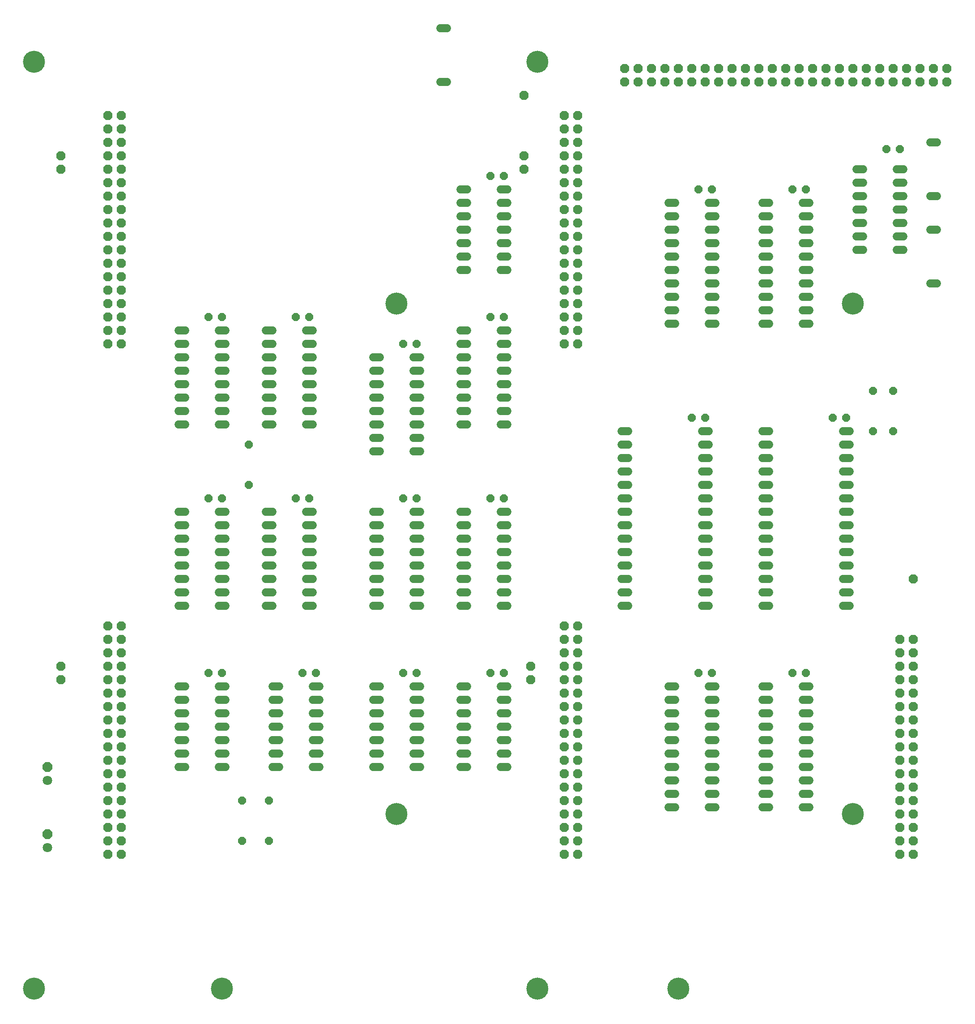
<source format=gbs>
G04 EAGLE Gerber RS-274X export*
G75*
%MOMM*%
%FSLAX34Y34*%
%LPD*%
%INSoldermask Bottom*%
%IPPOS*%
%AMOC8*
5,1,8,0,0,1.08239X$1,22.5*%
G01*
%ADD10C,4.165600*%
%ADD11P,1.869504X8X22.500000*%
%ADD12C,1.524000*%
%ADD13P,1.869504X8X112.500000*%
%ADD14P,1.869504X8X202.500000*%
%ADD15P,1.649562X8X112.500000*%
%ADD16P,1.649562X8X292.500000*%
%ADD17P,1.649562X8X202.500000*%
%ADD18P,1.951982X8X112.500000*%
%ADD19C,1.803400*%


D10*
X50800Y101600D03*
X1003300Y101600D03*
X50800Y1854200D03*
X1003300Y1854200D03*
D11*
X101600Y1676400D03*
X1714500Y876300D03*
X101600Y1651000D03*
X101600Y711200D03*
X101600Y685800D03*
X977900Y1676400D03*
X977900Y1651000D03*
X990600Y711200D03*
X990600Y685800D03*
X977900Y1790700D03*
D12*
X1428496Y1587500D02*
X1441704Y1587500D01*
X1441704Y1562100D02*
X1428496Y1562100D01*
X1428496Y1435100D02*
X1441704Y1435100D01*
X1441704Y1409700D02*
X1428496Y1409700D01*
X1428496Y1536700D02*
X1441704Y1536700D01*
X1441704Y1511300D02*
X1428496Y1511300D01*
X1428496Y1460500D02*
X1441704Y1460500D01*
X1441704Y1485900D02*
X1428496Y1485900D01*
X1428496Y1384300D02*
X1441704Y1384300D01*
X1441704Y1358900D02*
X1428496Y1358900D01*
X1504696Y1358900D02*
X1517904Y1358900D01*
X1517904Y1384300D02*
X1504696Y1384300D01*
X1504696Y1409700D02*
X1517904Y1409700D01*
X1517904Y1435100D02*
X1504696Y1435100D01*
X1504696Y1460500D02*
X1517904Y1460500D01*
X1517904Y1485900D02*
X1504696Y1485900D01*
X1504696Y1511300D02*
X1517904Y1511300D01*
X1517904Y1536700D02*
X1504696Y1536700D01*
X1504696Y1562100D02*
X1517904Y1562100D01*
X1517904Y1587500D02*
X1504696Y1587500D01*
X1263904Y1587500D02*
X1250696Y1587500D01*
X1250696Y1562100D02*
X1263904Y1562100D01*
X1263904Y1435100D02*
X1250696Y1435100D01*
X1250696Y1409700D02*
X1263904Y1409700D01*
X1263904Y1536700D02*
X1250696Y1536700D01*
X1250696Y1511300D02*
X1263904Y1511300D01*
X1263904Y1460500D02*
X1250696Y1460500D01*
X1250696Y1485900D02*
X1263904Y1485900D01*
X1263904Y1384300D02*
X1250696Y1384300D01*
X1250696Y1358900D02*
X1263904Y1358900D01*
X1326896Y1358900D02*
X1340104Y1358900D01*
X1340104Y1384300D02*
X1326896Y1384300D01*
X1326896Y1409700D02*
X1340104Y1409700D01*
X1340104Y1435100D02*
X1326896Y1435100D01*
X1326896Y1460500D02*
X1340104Y1460500D01*
X1340104Y1485900D02*
X1326896Y1485900D01*
X1326896Y1511300D02*
X1340104Y1511300D01*
X1340104Y1536700D02*
X1326896Y1536700D01*
X1326896Y1562100D02*
X1340104Y1562100D01*
X1340104Y1587500D02*
X1326896Y1587500D01*
X1428496Y673100D02*
X1441704Y673100D01*
X1441704Y647700D02*
X1428496Y647700D01*
X1428496Y520700D02*
X1441704Y520700D01*
X1441704Y495300D02*
X1428496Y495300D01*
X1428496Y622300D02*
X1441704Y622300D01*
X1441704Y596900D02*
X1428496Y596900D01*
X1428496Y546100D02*
X1441704Y546100D01*
X1441704Y571500D02*
X1428496Y571500D01*
X1428496Y469900D02*
X1441704Y469900D01*
X1441704Y444500D02*
X1428496Y444500D01*
X1504696Y444500D02*
X1517904Y444500D01*
X1517904Y469900D02*
X1504696Y469900D01*
X1504696Y495300D02*
X1517904Y495300D01*
X1517904Y520700D02*
X1504696Y520700D01*
X1504696Y546100D02*
X1517904Y546100D01*
X1517904Y571500D02*
X1504696Y571500D01*
X1504696Y596900D02*
X1517904Y596900D01*
X1517904Y622300D02*
X1504696Y622300D01*
X1504696Y647700D02*
X1517904Y647700D01*
X1517904Y673100D02*
X1504696Y673100D01*
X1263904Y673100D02*
X1250696Y673100D01*
X1250696Y647700D02*
X1263904Y647700D01*
X1263904Y520700D02*
X1250696Y520700D01*
X1250696Y495300D02*
X1263904Y495300D01*
X1263904Y622300D02*
X1250696Y622300D01*
X1250696Y596900D02*
X1263904Y596900D01*
X1263904Y546100D02*
X1250696Y546100D01*
X1250696Y571500D02*
X1263904Y571500D01*
X1263904Y469900D02*
X1250696Y469900D01*
X1250696Y444500D02*
X1263904Y444500D01*
X1326896Y444500D02*
X1340104Y444500D01*
X1340104Y469900D02*
X1326896Y469900D01*
X1326896Y495300D02*
X1340104Y495300D01*
X1340104Y520700D02*
X1326896Y520700D01*
X1326896Y546100D02*
X1340104Y546100D01*
X1340104Y571500D02*
X1326896Y571500D01*
X1326896Y596900D02*
X1340104Y596900D01*
X1340104Y622300D02*
X1326896Y622300D01*
X1326896Y647700D02*
X1340104Y647700D01*
X1340104Y673100D02*
X1326896Y673100D01*
X514604Y673100D02*
X501396Y673100D01*
X501396Y647700D02*
X514604Y647700D01*
X514604Y520700D02*
X501396Y520700D01*
X577596Y520700D02*
X590804Y520700D01*
X514604Y622300D02*
X501396Y622300D01*
X501396Y596900D02*
X514604Y596900D01*
X514604Y546100D02*
X501396Y546100D01*
X501396Y571500D02*
X514604Y571500D01*
X577596Y546100D02*
X590804Y546100D01*
X590804Y571500D02*
X577596Y571500D01*
X577596Y596900D02*
X590804Y596900D01*
X590804Y622300D02*
X577596Y622300D01*
X577596Y647700D02*
X590804Y647700D01*
X590804Y673100D02*
X577596Y673100D01*
D10*
X736600Y431800D03*
X736600Y1397000D03*
X406400Y101600D03*
D13*
X215900Y1320800D03*
X215900Y1346200D03*
X215900Y1371600D03*
X215900Y1397000D03*
X215900Y1422400D03*
X215900Y1447800D03*
X190500Y1320800D03*
X190500Y1346200D03*
X190500Y1371600D03*
X190500Y1397000D03*
X190500Y1422400D03*
X190500Y1447800D03*
X215900Y1473200D03*
X190500Y1473200D03*
X215900Y1498600D03*
X215900Y1524000D03*
X215900Y1549400D03*
X215900Y1574800D03*
X215900Y1600200D03*
X215900Y1625600D03*
X190500Y1498600D03*
X190500Y1524000D03*
X190500Y1549400D03*
X190500Y1574800D03*
X190500Y1600200D03*
X190500Y1625600D03*
X215900Y1651000D03*
X190500Y1651000D03*
X215900Y1676400D03*
X215900Y1701800D03*
X215900Y1727200D03*
X215900Y1752600D03*
X190500Y1676400D03*
X190500Y1701800D03*
X190500Y1727200D03*
X190500Y1752600D03*
X215900Y355600D03*
X215900Y381000D03*
X215900Y406400D03*
X215900Y431800D03*
X215900Y457200D03*
X215900Y482600D03*
X190500Y355600D03*
X190500Y381000D03*
X190500Y406400D03*
X190500Y431800D03*
X190500Y457200D03*
X190500Y482600D03*
X215900Y508000D03*
X190500Y508000D03*
X215900Y533400D03*
X215900Y558800D03*
X215900Y584200D03*
X215900Y609600D03*
X215900Y635000D03*
X215900Y660400D03*
X190500Y533400D03*
X190500Y558800D03*
X190500Y584200D03*
X190500Y609600D03*
X190500Y635000D03*
X190500Y660400D03*
X215900Y685800D03*
X190500Y685800D03*
X215900Y711200D03*
X215900Y736600D03*
X215900Y762000D03*
X215900Y787400D03*
X190500Y711200D03*
X190500Y736600D03*
X190500Y762000D03*
X190500Y787400D03*
D10*
X1600200Y431800D03*
X1600200Y1397000D03*
X1270000Y101600D03*
D13*
X1079500Y1320800D03*
X1079500Y1346200D03*
X1079500Y1371600D03*
X1079500Y1397000D03*
X1079500Y1422400D03*
X1079500Y1447800D03*
X1054100Y1320800D03*
X1054100Y1346200D03*
X1054100Y1371600D03*
X1054100Y1397000D03*
X1054100Y1422400D03*
X1054100Y1447800D03*
X1079500Y1473200D03*
X1054100Y1473200D03*
X1079500Y1498600D03*
X1079500Y1524000D03*
X1079500Y1549400D03*
X1079500Y1574800D03*
X1079500Y1600200D03*
X1079500Y1625600D03*
X1054100Y1498600D03*
X1054100Y1524000D03*
X1054100Y1549400D03*
X1054100Y1574800D03*
X1054100Y1600200D03*
X1054100Y1625600D03*
X1079500Y1651000D03*
X1054100Y1651000D03*
X1079500Y1676400D03*
X1079500Y1701800D03*
X1079500Y1727200D03*
X1079500Y1752600D03*
X1054100Y1676400D03*
X1054100Y1701800D03*
X1054100Y1727200D03*
X1054100Y1752600D03*
X1079500Y355600D03*
X1079500Y381000D03*
X1079500Y406400D03*
X1079500Y431800D03*
X1079500Y457200D03*
X1079500Y482600D03*
X1054100Y355600D03*
X1054100Y381000D03*
X1054100Y406400D03*
X1054100Y431800D03*
X1054100Y457200D03*
X1054100Y482600D03*
X1079500Y508000D03*
X1054100Y508000D03*
X1079500Y533400D03*
X1079500Y558800D03*
X1079500Y584200D03*
X1079500Y609600D03*
X1079500Y635000D03*
X1079500Y660400D03*
X1054100Y533400D03*
X1054100Y558800D03*
X1054100Y584200D03*
X1054100Y609600D03*
X1054100Y635000D03*
X1054100Y660400D03*
X1079500Y685800D03*
X1054100Y685800D03*
X1079500Y711200D03*
X1079500Y736600D03*
X1079500Y762000D03*
X1079500Y787400D03*
X1054100Y711200D03*
X1054100Y736600D03*
X1054100Y762000D03*
X1054100Y787400D03*
D14*
X1778000Y1841500D03*
X1752600Y1841500D03*
X1727200Y1841500D03*
X1701800Y1841500D03*
X1676400Y1841500D03*
X1651000Y1841500D03*
X1778000Y1816100D03*
X1752600Y1816100D03*
X1727200Y1816100D03*
X1701800Y1816100D03*
X1676400Y1816100D03*
X1651000Y1816100D03*
X1625600Y1841500D03*
X1625600Y1816100D03*
X1600200Y1841500D03*
X1574800Y1841500D03*
X1549400Y1841500D03*
X1524000Y1841500D03*
X1498600Y1841500D03*
X1473200Y1841500D03*
X1600200Y1816100D03*
X1574800Y1816100D03*
X1549400Y1816100D03*
X1524000Y1816100D03*
X1498600Y1816100D03*
X1473200Y1816100D03*
X1447800Y1841500D03*
X1447800Y1816100D03*
X1422400Y1841500D03*
X1397000Y1841500D03*
X1371600Y1841500D03*
X1422400Y1816100D03*
X1397000Y1816100D03*
X1371600Y1816100D03*
X1346200Y1841500D03*
X1320800Y1841500D03*
X1295400Y1841500D03*
X1270000Y1841500D03*
X1346200Y1816100D03*
X1320800Y1816100D03*
X1295400Y1816100D03*
X1270000Y1816100D03*
X1244600Y1841500D03*
X1244600Y1816100D03*
X1219200Y1841500D03*
X1193800Y1841500D03*
X1168400Y1841500D03*
X1219200Y1816100D03*
X1193800Y1816100D03*
X1168400Y1816100D03*
D15*
X1676400Y1155700D03*
X1676400Y1231900D03*
X457200Y1054100D03*
X457200Y1130300D03*
X444500Y381000D03*
X444500Y457200D03*
D16*
X495300Y457200D03*
X495300Y381000D03*
D13*
X1714500Y355600D03*
X1714500Y381000D03*
X1714500Y406400D03*
X1714500Y431800D03*
X1714500Y457200D03*
X1714500Y482600D03*
X1689100Y355600D03*
X1689100Y381000D03*
X1689100Y406400D03*
X1689100Y431800D03*
X1689100Y457200D03*
X1689100Y482600D03*
X1714500Y508000D03*
X1689100Y508000D03*
X1714500Y533400D03*
X1714500Y558800D03*
X1714500Y584200D03*
X1714500Y609600D03*
X1714500Y635000D03*
X1714500Y660400D03*
X1689100Y533400D03*
X1689100Y558800D03*
X1689100Y584200D03*
X1689100Y609600D03*
X1689100Y635000D03*
X1689100Y660400D03*
X1714500Y685800D03*
X1689100Y685800D03*
X1714500Y711200D03*
X1714500Y736600D03*
X1714500Y762000D03*
X1689100Y711200D03*
X1689100Y736600D03*
X1689100Y762000D03*
D12*
X501904Y1003300D02*
X488696Y1003300D01*
X488696Y977900D02*
X501904Y977900D01*
X501904Y850900D02*
X488696Y850900D01*
X488696Y825500D02*
X501904Y825500D01*
X501904Y952500D02*
X488696Y952500D01*
X488696Y927100D02*
X501904Y927100D01*
X501904Y876300D02*
X488696Y876300D01*
X488696Y901700D02*
X501904Y901700D01*
X564896Y825500D02*
X578104Y825500D01*
X578104Y850900D02*
X564896Y850900D01*
X564896Y876300D02*
X578104Y876300D01*
X578104Y901700D02*
X564896Y901700D01*
X564896Y927100D02*
X578104Y927100D01*
X578104Y952500D02*
X564896Y952500D01*
X564896Y977900D02*
X578104Y977900D01*
X578104Y1003300D02*
X564896Y1003300D01*
X691896Y1295400D02*
X705104Y1295400D01*
X705104Y1270000D02*
X691896Y1270000D01*
X691896Y1143000D02*
X705104Y1143000D01*
X705104Y1117600D02*
X691896Y1117600D01*
X691896Y1244600D02*
X705104Y1244600D01*
X705104Y1219200D02*
X691896Y1219200D01*
X691896Y1168400D02*
X705104Y1168400D01*
X705104Y1193800D02*
X691896Y1193800D01*
X768096Y1117600D02*
X781304Y1117600D01*
X781304Y1143000D02*
X768096Y1143000D01*
X768096Y1168400D02*
X781304Y1168400D01*
X781304Y1193800D02*
X768096Y1193800D01*
X768096Y1219200D02*
X781304Y1219200D01*
X781304Y1244600D02*
X768096Y1244600D01*
X768096Y1270000D02*
X781304Y1270000D01*
X781304Y1295400D02*
X768096Y1295400D01*
X705104Y1003300D02*
X691896Y1003300D01*
X691896Y977900D02*
X705104Y977900D01*
X705104Y850900D02*
X691896Y850900D01*
X691896Y825500D02*
X705104Y825500D01*
X705104Y952500D02*
X691896Y952500D01*
X691896Y927100D02*
X705104Y927100D01*
X705104Y876300D02*
X691896Y876300D01*
X691896Y901700D02*
X705104Y901700D01*
X768096Y825500D02*
X781304Y825500D01*
X781304Y850900D02*
X768096Y850900D01*
X768096Y876300D02*
X781304Y876300D01*
X781304Y901700D02*
X768096Y901700D01*
X768096Y927100D02*
X781304Y927100D01*
X781304Y952500D02*
X768096Y952500D01*
X768096Y977900D02*
X781304Y977900D01*
X781304Y1003300D02*
X768096Y1003300D01*
X336804Y1346200D02*
X323596Y1346200D01*
X323596Y1320800D02*
X336804Y1320800D01*
X336804Y1193800D02*
X323596Y1193800D01*
X323596Y1168400D02*
X336804Y1168400D01*
X336804Y1295400D02*
X323596Y1295400D01*
X323596Y1270000D02*
X336804Y1270000D01*
X336804Y1219200D02*
X323596Y1219200D01*
X323596Y1244600D02*
X336804Y1244600D01*
X399796Y1168400D02*
X413004Y1168400D01*
X413004Y1193800D02*
X399796Y1193800D01*
X399796Y1219200D02*
X413004Y1219200D01*
X413004Y1244600D02*
X399796Y1244600D01*
X399796Y1270000D02*
X413004Y1270000D01*
X413004Y1295400D02*
X399796Y1295400D01*
X399796Y1320800D02*
X413004Y1320800D01*
X413004Y1346200D02*
X399796Y1346200D01*
X336804Y1003300D02*
X323596Y1003300D01*
X323596Y977900D02*
X336804Y977900D01*
X336804Y850900D02*
X323596Y850900D01*
X323596Y825500D02*
X336804Y825500D01*
X336804Y952500D02*
X323596Y952500D01*
X323596Y927100D02*
X336804Y927100D01*
X336804Y876300D02*
X323596Y876300D01*
X323596Y901700D02*
X336804Y901700D01*
X399796Y825500D02*
X413004Y825500D01*
X413004Y850900D02*
X399796Y850900D01*
X399796Y876300D02*
X413004Y876300D01*
X413004Y901700D02*
X399796Y901700D01*
X399796Y927100D02*
X413004Y927100D01*
X413004Y952500D02*
X399796Y952500D01*
X399796Y977900D02*
X413004Y977900D01*
X413004Y1003300D02*
X399796Y1003300D01*
X336804Y673100D02*
X323596Y673100D01*
X323596Y647700D02*
X336804Y647700D01*
X336804Y520700D02*
X323596Y520700D01*
X399796Y520700D02*
X413004Y520700D01*
X336804Y622300D02*
X323596Y622300D01*
X323596Y596900D02*
X336804Y596900D01*
X336804Y546100D02*
X323596Y546100D01*
X323596Y571500D02*
X336804Y571500D01*
X399796Y546100D02*
X413004Y546100D01*
X413004Y571500D02*
X399796Y571500D01*
X399796Y596900D02*
X413004Y596900D01*
X413004Y622300D02*
X399796Y622300D01*
X399796Y647700D02*
X413004Y647700D01*
X413004Y673100D02*
X399796Y673100D01*
X691896Y673100D02*
X705104Y673100D01*
X705104Y647700D02*
X691896Y647700D01*
X691896Y520700D02*
X705104Y520700D01*
X768096Y520700D02*
X781304Y520700D01*
X705104Y622300D02*
X691896Y622300D01*
X691896Y596900D02*
X705104Y596900D01*
X705104Y546100D02*
X691896Y546100D01*
X691896Y571500D02*
X705104Y571500D01*
X768096Y546100D02*
X781304Y546100D01*
X781304Y571500D02*
X768096Y571500D01*
X768096Y596900D02*
X781304Y596900D01*
X781304Y622300D02*
X768096Y622300D01*
X768096Y647700D02*
X781304Y647700D01*
X781304Y673100D02*
X768096Y673100D01*
X856996Y673100D02*
X870204Y673100D01*
X870204Y647700D02*
X856996Y647700D01*
X856996Y520700D02*
X870204Y520700D01*
X933196Y520700D02*
X946404Y520700D01*
X870204Y622300D02*
X856996Y622300D01*
X856996Y596900D02*
X870204Y596900D01*
X870204Y546100D02*
X856996Y546100D01*
X856996Y571500D02*
X870204Y571500D01*
X933196Y546100D02*
X946404Y546100D01*
X946404Y571500D02*
X933196Y571500D01*
X933196Y596900D02*
X946404Y596900D01*
X946404Y622300D02*
X933196Y622300D01*
X933196Y647700D02*
X946404Y647700D01*
X946404Y673100D02*
X933196Y673100D01*
X1606296Y1651000D02*
X1619504Y1651000D01*
X1619504Y1625600D02*
X1606296Y1625600D01*
X1606296Y1498600D02*
X1619504Y1498600D01*
X1682496Y1498600D02*
X1695704Y1498600D01*
X1619504Y1600200D02*
X1606296Y1600200D01*
X1606296Y1574800D02*
X1619504Y1574800D01*
X1619504Y1524000D02*
X1606296Y1524000D01*
X1606296Y1549400D02*
X1619504Y1549400D01*
X1682496Y1524000D02*
X1695704Y1524000D01*
X1695704Y1549400D02*
X1682496Y1549400D01*
X1682496Y1574800D02*
X1695704Y1574800D01*
X1695704Y1600200D02*
X1682496Y1600200D01*
X1682496Y1625600D02*
X1695704Y1625600D01*
X1695704Y1651000D02*
X1682496Y1651000D01*
X870204Y1612900D02*
X856996Y1612900D01*
X856996Y1587500D02*
X870204Y1587500D01*
X870204Y1460500D02*
X856996Y1460500D01*
X933196Y1460500D02*
X946404Y1460500D01*
X870204Y1562100D02*
X856996Y1562100D01*
X856996Y1536700D02*
X870204Y1536700D01*
X870204Y1485900D02*
X856996Y1485900D01*
X856996Y1511300D02*
X870204Y1511300D01*
X933196Y1485900D02*
X946404Y1485900D01*
X946404Y1511300D02*
X933196Y1511300D01*
X933196Y1536700D02*
X946404Y1536700D01*
X946404Y1562100D02*
X933196Y1562100D01*
X933196Y1587500D02*
X946404Y1587500D01*
X946404Y1612900D02*
X933196Y1612900D01*
X1428496Y1155700D02*
X1441704Y1155700D01*
X1441704Y1130300D02*
X1428496Y1130300D01*
X1428496Y1104900D02*
X1441704Y1104900D01*
X1441704Y1079500D02*
X1428496Y1079500D01*
X1428496Y1054100D02*
X1441704Y1054100D01*
X1441704Y1028700D02*
X1428496Y1028700D01*
X1428496Y1003300D02*
X1441704Y1003300D01*
X1441704Y977900D02*
X1428496Y977900D01*
X1428496Y952500D02*
X1441704Y952500D01*
X1441704Y927100D02*
X1428496Y927100D01*
X1428496Y901700D02*
X1441704Y901700D01*
X1441704Y876300D02*
X1428496Y876300D01*
X1428496Y850900D02*
X1441704Y850900D01*
X1441704Y825500D02*
X1428496Y825500D01*
X1580896Y825500D02*
X1594104Y825500D01*
X1594104Y850900D02*
X1580896Y850900D01*
X1580896Y876300D02*
X1594104Y876300D01*
X1594104Y901700D02*
X1580896Y901700D01*
X1580896Y927100D02*
X1594104Y927100D01*
X1594104Y952500D02*
X1580896Y952500D01*
X1580896Y977900D02*
X1594104Y977900D01*
X1594104Y1003300D02*
X1580896Y1003300D01*
X1580896Y1028700D02*
X1594104Y1028700D01*
X1594104Y1054100D02*
X1580896Y1054100D01*
X1580896Y1079500D02*
X1594104Y1079500D01*
X1594104Y1104900D02*
X1580896Y1104900D01*
X1580896Y1130300D02*
X1594104Y1130300D01*
X1594104Y1155700D02*
X1580896Y1155700D01*
X1175004Y1155700D02*
X1161796Y1155700D01*
X1161796Y1130300D02*
X1175004Y1130300D01*
X1175004Y1104900D02*
X1161796Y1104900D01*
X1161796Y1079500D02*
X1175004Y1079500D01*
X1175004Y1054100D02*
X1161796Y1054100D01*
X1161796Y1028700D02*
X1175004Y1028700D01*
X1175004Y1003300D02*
X1161796Y1003300D01*
X1161796Y977900D02*
X1175004Y977900D01*
X1175004Y952500D02*
X1161796Y952500D01*
X1161796Y927100D02*
X1175004Y927100D01*
X1175004Y901700D02*
X1161796Y901700D01*
X1161796Y876300D02*
X1175004Y876300D01*
X1175004Y850900D02*
X1161796Y850900D01*
X1161796Y825500D02*
X1175004Y825500D01*
X1314196Y825500D02*
X1327404Y825500D01*
X1327404Y850900D02*
X1314196Y850900D01*
X1314196Y876300D02*
X1327404Y876300D01*
X1327404Y901700D02*
X1314196Y901700D01*
X1314196Y927100D02*
X1327404Y927100D01*
X1327404Y952500D02*
X1314196Y952500D01*
X1314196Y977900D02*
X1327404Y977900D01*
X1327404Y1003300D02*
X1314196Y1003300D01*
X1314196Y1028700D02*
X1327404Y1028700D01*
X1327404Y1054100D02*
X1314196Y1054100D01*
X1314196Y1079500D02*
X1327404Y1079500D01*
X1327404Y1104900D02*
X1314196Y1104900D01*
X1314196Y1130300D02*
X1327404Y1130300D01*
X1327404Y1155700D02*
X1314196Y1155700D01*
X870204Y1346200D02*
X856996Y1346200D01*
X856996Y1320800D02*
X870204Y1320800D01*
X870204Y1193800D02*
X856996Y1193800D01*
X856996Y1168400D02*
X870204Y1168400D01*
X870204Y1295400D02*
X856996Y1295400D01*
X856996Y1270000D02*
X870204Y1270000D01*
X870204Y1219200D02*
X856996Y1219200D01*
X856996Y1244600D02*
X870204Y1244600D01*
X933196Y1168400D02*
X946404Y1168400D01*
X946404Y1193800D02*
X933196Y1193800D01*
X933196Y1219200D02*
X946404Y1219200D01*
X946404Y1244600D02*
X933196Y1244600D01*
X933196Y1270000D02*
X946404Y1270000D01*
X946404Y1295400D02*
X933196Y1295400D01*
X933196Y1320800D02*
X946404Y1320800D01*
X946404Y1346200D02*
X933196Y1346200D01*
X870204Y1003300D02*
X856996Y1003300D01*
X856996Y977900D02*
X870204Y977900D01*
X870204Y850900D02*
X856996Y850900D01*
X856996Y825500D02*
X870204Y825500D01*
X870204Y952500D02*
X856996Y952500D01*
X856996Y927100D02*
X870204Y927100D01*
X870204Y876300D02*
X856996Y876300D01*
X856996Y901700D02*
X870204Y901700D01*
X933196Y825500D02*
X946404Y825500D01*
X946404Y850900D02*
X933196Y850900D01*
X933196Y876300D02*
X946404Y876300D01*
X946404Y901700D02*
X933196Y901700D01*
X933196Y927100D02*
X946404Y927100D01*
X946404Y952500D02*
X933196Y952500D01*
X933196Y977900D02*
X946404Y977900D01*
X946404Y1003300D02*
X933196Y1003300D01*
X501904Y1346200D02*
X488696Y1346200D01*
X488696Y1320800D02*
X501904Y1320800D01*
X501904Y1193800D02*
X488696Y1193800D01*
X488696Y1168400D02*
X501904Y1168400D01*
X501904Y1295400D02*
X488696Y1295400D01*
X488696Y1270000D02*
X501904Y1270000D01*
X501904Y1219200D02*
X488696Y1219200D01*
X488696Y1244600D02*
X501904Y1244600D01*
X564896Y1168400D02*
X578104Y1168400D01*
X578104Y1193800D02*
X564896Y1193800D01*
X564896Y1219200D02*
X578104Y1219200D01*
X578104Y1244600D02*
X564896Y1244600D01*
X564896Y1270000D02*
X578104Y1270000D01*
X578104Y1295400D02*
X564896Y1295400D01*
X564896Y1320800D02*
X578104Y1320800D01*
X578104Y1346200D02*
X564896Y1346200D01*
D15*
X1638300Y1155700D03*
X1638300Y1231900D03*
D17*
X406400Y1371600D03*
X381000Y1371600D03*
X571500Y1371600D03*
X546100Y1371600D03*
X406400Y1028700D03*
X381000Y1028700D03*
X571500Y1028700D03*
X546100Y1028700D03*
X774700Y1320800D03*
X749300Y1320800D03*
X939800Y1638300D03*
X914400Y1638300D03*
X939800Y1371600D03*
X914400Y1371600D03*
X774700Y1028700D03*
X749300Y1028700D03*
X939800Y1028700D03*
X914400Y1028700D03*
X406400Y698500D03*
X381000Y698500D03*
X774700Y698500D03*
X749300Y698500D03*
X584200Y698500D03*
X558800Y698500D03*
X1333500Y698500D03*
X1308100Y698500D03*
X939800Y698500D03*
X914400Y698500D03*
X1689100Y1689100D03*
X1663700Y1689100D03*
X1511300Y698500D03*
X1485900Y698500D03*
X1320800Y1181100D03*
X1295400Y1181100D03*
X1587500Y1181100D03*
X1562100Y1181100D03*
X1333500Y1612900D03*
X1308100Y1612900D03*
X1511300Y1612900D03*
X1485900Y1612900D03*
D12*
X832104Y1917700D02*
X818896Y1917700D01*
X818896Y1816100D02*
X832104Y1816100D01*
X1745996Y1536700D02*
X1759204Y1536700D01*
X1759204Y1435100D02*
X1745996Y1435100D01*
X1745996Y1600200D02*
X1759204Y1600200D01*
X1759204Y1701800D02*
X1745996Y1701800D01*
D18*
X76200Y520700D03*
D19*
X76200Y495300D03*
D18*
X76200Y393700D03*
D19*
X76200Y368300D03*
M02*

</source>
